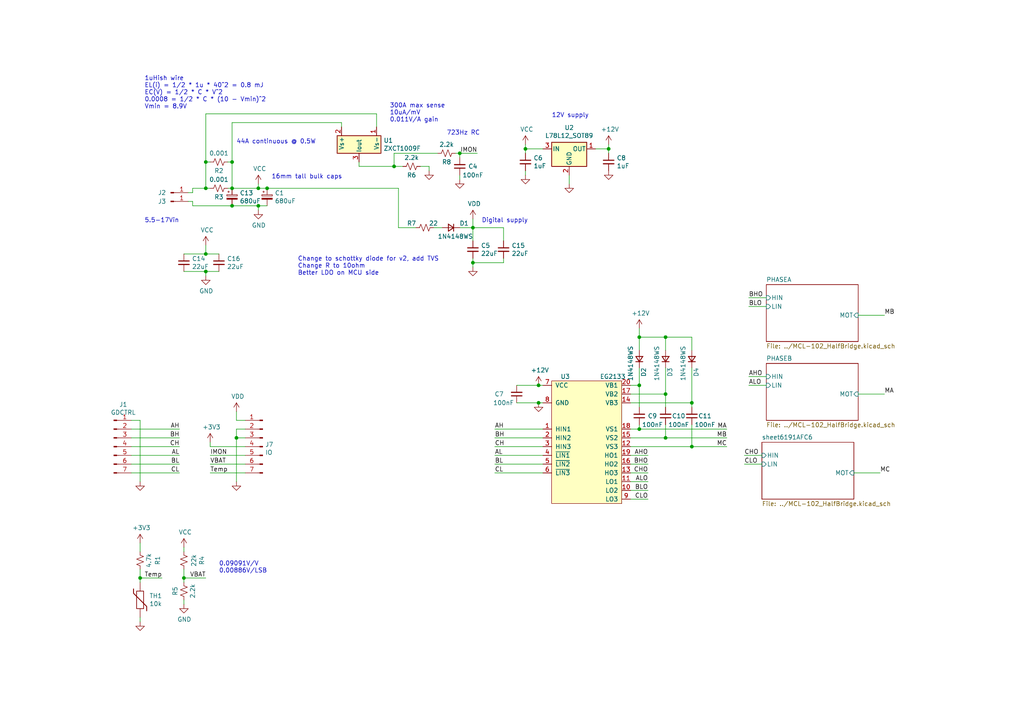
<source format=kicad_sch>
(kicad_sch (version 20211123) (generator eeschema)
  (paper "A4")
  (lib_symbols
    (symbol "Amplifier_Current:ZXCT1009F" (pin_names (offset 0.254))
      (property "Reference" "U" (at 7.62 1.27 0))
      (property "Value" "ZXCT1009F" (at 7.62 -1.27 0))
      (symbol "ZXCT1009F_0_1"
        (rectangle (start -6.35 2.54) (end 6.35 -2.54) (stroke (width 0.254)) (fill (type background)))
      )
      (symbol "ZXCT1009F_1_1"
        (pin input line (at 5.08 5.08 270) (length 2.54) (name "Vs-") (number "1"))
        (pin input line (at -5.08 5.08 270) (length 2.54) (name "Vs+") (number "2"))
        (pin output line (at 0 -5.08 90) (length 2.54) (name "Iout") (number "3"))
      )
    )
    (symbol "Anand_Library:EG2133" (pin_names (offset 1.016))
      (property "Reference" "U" (at -7.62 17.78 0))
      (property "Value" "Anand_Library_EG2133" (at 5.08 17.78 0))
      (symbol "EG2133_0_0"
        (pin output line (at 12.7 -15.24 180) (length 2.54) (name "LO2") (number "10"))
        (pin output line (at 12.7 -10.16 180) (length 2.54) (name "HO3") (number "13"))
        (pin output line (at 12.7 -7.62 180) (length 2.54) (name "HO2") (number "16"))
        (pin input line (at -12.7 0 0) (length 2.54) (name "HIN2") (number "2"))
        (pin input line (at -12.7 -2.54 0) (length 2.54) (name "HIN3") (number "3"))
        (pin input line (at -12.7 -7.62 0) (length 2.54) (name "~{LIN2}") (number "5"))
        (pin input line (at -12.7 -10.16 0) (length 2.54) (name "~{LIN3}") (number "6"))
        (pin output line (at 12.7 -17.78 180) (length 2.54) (name "LO3") (number "9"))
      )
      (symbol "EG2133_0_1"
        (rectangle (start 10.16 16.51) (end -10.16 -19.05) (fill (type background)))
      )
      (symbol "EG2133_1_1"
        (pin input line (at -12.7 2.54 0) (length 2.54) (name "HIN1") (number "1"))
        (pin output line (at 12.7 -12.7 180) (length 2.54) (name "LO1") (number "11"))
        (pin output line (at 12.7 -2.54 180) (length 2.54) (name "VS3") (number "12"))
        (pin output line (at 12.7 10.16 180) (length 2.54) (name "VB3") (number "14"))
        (pin output line (at 12.7 0 180) (length 2.54) (name "VS2") (number "15"))
        (pin output line (at 12.7 12.7 180) (length 2.54) (name "VB2") (number "17"))
        (pin output line (at 12.7 2.54 180) (length 2.54) (name "VS1") (number "18"))
        (pin output line (at 12.7 -5.08 180) (length 2.54) (name "HO1") (number "19"))
        (pin output line (at 12.7 15.24 180) (length 2.54) (name "VB1") (number "20"))
        (pin input line (at -12.7 -5.08 0) (length 2.54) (name "~{LIN1}") (number "4"))
        (pin input line (at -12.7 15.24 0) (length 2.54) (name "VCC") (number "7"))
        (pin input line (at -12.7 10.16 0) (length 2.54) (name "GND") (number "8"))
      )
    )
    (symbol "Connector:Conn_01x01_Male" (pin_names (offset 1.016) hide)
      (property "Reference" "J" (at 0 2.54 0))
      (property "Value" "Conn_01x01_Male" (at 0 -2.54 0))
      (symbol "Conn_01x01_Male_1_1"
        (polyline (pts (xy 1.27 0) (xy 0.8636 0)) (stroke (width 0.1524)))
        (rectangle (start 0.8636 0.127) (end 0 -0.127) (stroke (width 0.1524)) (fill (type outline)))
        (pin passive line (at 5.08 0 180) (length 3.81) (name "Pin_1") (number "1"))
      )
    )
    (symbol "Connector:Conn_01x07_Male" (pin_names (offset 1.016) hide)
      (property "Reference" "J" (at 0 10.16 0))
      (property "Value" "Conn_01x07_Male" (at 0 -10.16 0))
      (symbol "Conn_01x07_Male_1_1"
        (polyline (pts (xy 1.27 -7.62) (xy 0.8636 -7.62)) (stroke (width 0.1524)))
        (polyline (pts (xy 1.27 -5.08) (xy 0.8636 -5.08)) (stroke (width 0.1524)))
        (polyline (pts (xy 1.27 -2.54) (xy 0.8636 -2.54)) (stroke (width 0.1524)))
        (polyline (pts (xy 1.27 0) (xy 0.8636 0)) (stroke (width 0.1524)))
        (polyline (pts (xy 1.27 2.54) (xy 0.8636 2.54)) (stroke (width 0.1524)))
        (polyline (pts (xy 1.27 5.08) (xy 0.8636 5.08)) (stroke (width 0.1524)))
        (polyline (pts (xy 1.27 7.62) (xy 0.8636 7.62)) (stroke (width 0.1524)))
        (rectangle (start 0.8636 -7.493) (end 0 -7.747) (stroke (width 0.1524)) (fill (type outline)))
        (rectangle (start 0.8636 -4.953) (end 0 -5.207) (stroke (width 0.1524)) (fill (type outline)))
        (rectangle (start 0.8636 -2.413) (end 0 -2.667) (stroke (width 0.1524)) (fill (type outline)))
        (rectangle (start 0.8636 0.127) (end 0 -0.127) (stroke (width 0.1524)) (fill (type outline)))
        (rectangle (start 0.8636 2.667) (end 0 2.413) (stroke (width 0.1524)) (fill (type outline)))
        (rectangle (start 0.8636 5.207) (end 0 4.953) (stroke (width 0.1524)) (fill (type outline)))
        (rectangle (start 0.8636 7.747) (end 0 7.493) (stroke (width 0.1524)) (fill (type outline)))
        (pin passive line (at 5.08 7.62 180) (length 3.81) (name "Pin_1") (number "1"))
        (pin passive line (at 5.08 5.08 180) (length 3.81) (name "Pin_2") (number "2"))
        (pin passive line (at 5.08 2.54 180) (length 3.81) (name "Pin_3") (number "3"))
        (pin passive line (at 5.08 0 180) (length 3.81) (name "Pin_4") (number "4"))
        (pin passive line (at 5.08 -2.54 180) (length 3.81) (name "Pin_5") (number "5"))
        (pin passive line (at 5.08 -5.08 180) (length 3.81) (name "Pin_6") (number "6"))
        (pin passive line (at 5.08 -7.62 180) (length 3.81) (name "Pin_7") (number "7"))
      )
    )
    (symbol "Device:CP_Small" (pin_numbers hide) (pin_names (offset 0.254) hide)
      (property "Reference" "C" (at 0.254 1.778 0))
      (property "Value" "Device_CP_Small" (at 0.254 -2.032 0))
      (symbol "CP_Small_0_1"
        (rectangle (start -1.524 -0.3048) (end 1.524 -0.6858) (fill (type outline)))
        (rectangle (start -1.524 0.6858) (end 1.524 0.3048))
        (polyline (pts (xy -1.27 1.524) (xy -0.762 1.524)))
        (polyline (pts (xy -1.016 1.27) (xy -1.016 1.778)))
      )
      (symbol "CP_Small_1_1"
        (pin passive line (at 0 2.54 270) (length 1.8542) (name "~") (number "1"))
        (pin passive line (at 0 -2.54 90) (length 1.8542) (name "~") (number "2"))
      )
    )
    (symbol "Device:C_Small" (pin_numbers hide) (pin_names (offset 0.254) hide)
      (property "Reference" "C" (at 0.254 1.778 0))
      (property "Value" "C_Small" (at 0.254 -2.032 0))
      (symbol "C_Small_0_1"
        (polyline (pts (xy -1.524 -0.508) (xy 1.524 -0.508)) (stroke (width 0.3302)))
        (polyline (pts (xy -1.524 0.508) (xy 1.524 0.508)) (stroke (width 0.3048)))
      )
      (symbol "C_Small_1_1"
        (pin passive line (at 0 2.54 270) (length 2.032) (name "~") (number "1"))
        (pin passive line (at 0 -2.54 90) (length 2.032) (name "~") (number "2"))
      )
    )
    (symbol "Device:D_Small" (pin_numbers hide) (pin_names (offset 0.254) hide)
      (property "Reference" "D" (at -1.27 2.032 0))
      (property "Value" "D_Small" (at -3.81 -2.032 0))
      (symbol "D_Small_0_1"
        (polyline (pts (xy -0.762 -1.016) (xy -0.762 1.016)) (stroke (width 0.254)))
        (polyline (pts (xy -0.762 0) (xy 0.762 0)))
        (polyline (pts (xy 0.762 -1.016) (xy -0.762 0) (xy 0.762 1.016) (xy 0.762 -1.016)) (stroke (width 0.254)))
      )
      (symbol "D_Small_1_1"
        (pin passive line (at -2.54 0 0) (length 1.778) (name "K") (number "1"))
        (pin passive line (at 2.54 0 180) (length 1.778) (name "A") (number "2"))
      )
    )
    (symbol "Device:R_Small_US" (pin_numbers hide) (pin_names (offset 0.254) hide)
      (property "Reference" "R" (at 0.762 0.508 0))
      (property "Value" "R_Small_US" (at 0.762 -1.016 0))
      (symbol "R_Small_US_1_1"
        (polyline (pts (xy 0 0) (xy 1.016 -0.381) (xy 0 -0.762) (xy -1.016 -1.143) (xy 0 -1.524)))
        (polyline (pts (xy 0 1.524) (xy 1.016 1.143) (xy 0 0.762) (xy -1.016 0.381) (xy 0 0)))
        (pin passive line (at 0 2.54 270) (length 1.016) (name "~") (number "1"))
        (pin passive line (at 0 -2.54 90) (length 1.016) (name "~") (number "2"))
      )
    )
    (symbol "Device:Thermistor" (pin_numbers hide) (pin_names (offset 0))
      (property "Reference" "TH" (at 2.54 1.27 90))
      (property "Value" "Thermistor" (at -2.54 0 90))
      (symbol "Thermistor_0_1"
        (rectangle (start -1.016 2.54) (end 1.016 -2.54) (stroke (width 0.2032)))
        (polyline (pts (xy -1.905 3.175) (xy -1.905 1.905) (xy 1.905 -1.905) (xy 1.905 -3.175) (xy 1.905 -3.175)) (stroke (width 0.254)))
      )
      (symbol "Thermistor_1_1"
        (pin passive line (at 0 5.08 270) (length 2.54) (name "~") (number "1"))
        (pin passive line (at 0 -5.08 90) (length 2.54) (name "~") (number "2"))
      )
    )
    (symbol "Regulator_Linear:L78L12_SOT89" (pin_names (offset 0.254))
      (property "Reference" "U" (at -3.81 3.175 0))
      (property "Value" "L78L12_SOT89" (at -0.635 3.175 0))
      (symbol "L78L12_SOT89_0_1"
        (rectangle (start -5.08 1.905) (end 5.08 -5.08) (stroke (width 0.254)) (fill (type background)))
      )
      (symbol "L78L12_SOT89_1_1"
        (pin power_out line (at 7.62 0 180) (length 2.54) (name "OUT") (number "1"))
        (pin power_in line (at 0 -7.62 90) (length 2.54) (name "GND") (number "2"))
        (pin power_in line (at -7.62 0 0) (length 2.54) (name "IN") (number "3"))
      )
    )
    (symbol "power:+12V" (power) (pin_names (offset 0))
      (property "Value" "+12V" (at 0 3.556 0))
      (symbol "+12V_0_1"
        (polyline (pts (xy -0.762 1.27) (xy 0 2.54)))
        (polyline (pts (xy 0 0) (xy 0 2.54)))
        (polyline (pts (xy 0 2.54) (xy 0.762 1.27)))
      )
      (symbol "+12V_1_1"
        (pin power_in line (at 0 0 90) (length 0) hide (name "+12V") (number "1"))
      )
    )
    (symbol "power:+3V3" (power) (pin_names (offset 0))
      (property "Value" "+3V3" (at 0 3.556 0))
      (symbol "+3V3_0_1"
        (polyline (pts (xy -0.762 1.27) (xy 0 2.54)))
        (polyline (pts (xy 0 0) (xy 0 2.54)))
        (polyline (pts (xy 0 2.54) (xy 0.762 1.27)))
      )
      (symbol "+3V3_1_1"
        (pin power_in line (at 0 0 90) (length 0) hide (name "+3V3") (number "1"))
      )
    )
    (symbol "power:GND" (power) (pin_names (offset 0))
      (property "Value" "GND" (at 0 -3.81 0))
      (symbol "GND_0_1"
        (polyline (pts (xy 0 0) (xy 0 -1.27) (xy 1.27 -1.27) (xy 0 -2.54) (xy -1.27 -1.27) (xy 0 -1.27)))
      )
      (symbol "GND_1_1"
        (pin power_in line (at 0 0 270) (length 0) hide (name "GND") (number "1"))
      )
    )
    (symbol "power:VCC" (power) (pin_names (offset 0))
      (property "Value" "VCC" (at 0 3.81 0))
      (symbol "VCC_0_1"
        (polyline (pts (xy -0.762 1.27) (xy 0 2.54)))
        (polyline (pts (xy 0 0) (xy 0 2.54)))
        (polyline (pts (xy 0 2.54) (xy 0.762 1.27)))
      )
      (symbol "VCC_1_1"
        (pin power_in line (at 0 0 90) (length 0) hide (name "VCC") (number "1"))
      )
    )
    (symbol "power:VDD" (power) (pin_names (offset 0))
      (property "Value" "VDD" (at 0 3.81 0))
      (symbol "VDD_0_1"
        (polyline (pts (xy -0.762 1.27) (xy 0 2.54)))
        (polyline (pts (xy 0 0) (xy 0 2.54)))
        (polyline (pts (xy 0 2.54) (xy 0.762 1.27)))
      )
      (symbol "VDD_1_1"
        (pin power_in line (at 0 0 90) (length 0) hide (name "VDD") (number "1"))
      )
    )
  )
  (junction (at 200.66 116.84))
  (junction (at 156.21 111.76))
  (junction (at 185.42 97.79))
  (junction (at 59.69 78.74))
  (junction (at 59.69 46.99))
  (junction (at 53.34 167.64))
  (junction (at 67.31 54.61))
  (junction (at 77.47 54.61))
  (junction (at 114.3 48.26))
  (junction (at 193.04 97.79))
  (junction (at 74.93 59.69))
  (junction (at 137.16 76.2))
  (junction (at 40.64 167.64))
  (junction (at 193.04 114.3))
  (junction (at 59.69 54.61))
  (junction (at 152.4 43.18))
  (junction (at 133.35 44.45))
  (junction (at 67.31 46.99))
  (junction (at 185.42 111.76))
  (junction (at 185.42 124.46))
  (junction (at 137.16 66.04))
  (junction (at 68.58 127))
  (junction (at 200.66 129.54))
  (junction (at 193.04 127))
  (junction (at 67.31 59.69))
  (junction (at 74.93 54.61))
  (junction (at 176.53 43.18))
  (junction (at 59.69 73.66))
  (junction (at 156.21 116.84))
  (wire (pts (xy 55.88 54.61) (xy 59.69 54.61)))
  (wire (pts (xy 133.35 52.07) (xy 133.35 50.8)))
  (wire (pts (xy 182.88 114.3) (xy 193.04 114.3)))
  (wire (pts (xy 38.1 124.46) (xy 52.07 124.46)))
  (wire (pts (xy 185.42 111.76) (xy 185.42 118.11)))
  (wire (pts (xy 59.69 80.01) (xy 59.69 78.74)))
  (wire (pts (xy 193.04 114.3) (xy 193.04 118.11)))
  (wire (pts (xy 133.35 66.04) (xy 137.16 66.04)))
  (wire (pts (xy 67.31 54.61) (xy 74.93 54.61)))
  (wire (pts (xy 53.34 167.64) (xy 59.69 167.64)))
  (wire (pts (xy 222.25 88.9) (xy 217.17 88.9)))
  (wire (pts (xy 104.14 46.99) (xy 104.14 48.26)))
  (wire (pts (xy 54.61 55.88) (xy 55.88 55.88)))
  (wire (pts (xy 200.66 97.79) (xy 200.66 101.6)))
  (wire (pts (xy 40.64 165.1) (xy 40.64 167.64)))
  (wire (pts (xy 109.22 33.02) (xy 109.22 36.83)))
  (wire (pts (xy 182.88 111.76) (xy 185.42 111.76)))
  (wire (pts (xy 120.65 66.04) (xy 115.57 66.04)))
  (wire (pts (xy 157.48 134.62) (xy 143.51 134.62)))
  (wire (pts (xy 53.34 167.64) (xy 53.34 168.91)))
  (wire (pts (xy 74.93 59.69) (xy 74.93 60.96)))
  (wire (pts (xy 53.34 165.1) (xy 53.34 167.64)))
  (wire (pts (xy 187.96 144.78) (xy 182.88 144.78)))
  (wire (pts (xy 68.58 124.46) (xy 68.58 127)))
  (wire (pts (xy 40.64 157.48) (xy 40.64 160.02)))
  (wire (pts (xy 193.04 127) (xy 210.82 127)))
  (wire (pts (xy 53.34 173.99) (xy 53.34 175.26)))
  (wire (pts (xy 187.96 137.16) (xy 182.88 137.16)))
  (wire (pts (xy 187.96 142.24) (xy 182.88 142.24)))
  (wire (pts (xy 71.12 121.92) (xy 68.58 121.92)))
  (wire (pts (xy 137.16 63.5) (xy 137.16 66.04)))
  (wire (pts (xy 152.4 41.91) (xy 152.4 43.18)))
  (wire (pts (xy 68.58 127) (xy 68.58 139.7)))
  (wire (pts (xy 52.07 132.08) (xy 38.1 132.08)))
  (wire (pts (xy 248.92 114.3) (xy 256.54 114.3)))
  (wire (pts (xy 133.35 44.45) (xy 138.43 44.45)))
  (wire (pts (xy 193.04 97.79) (xy 200.66 97.79)))
  (wire (pts (xy 59.69 33.02) (xy 109.22 33.02)))
  (wire (pts (xy 185.42 124.46) (xy 185.42 123.19)))
  (wire (pts (xy 59.69 71.12) (xy 59.69 73.66)))
  (wire (pts (xy 222.25 86.36) (xy 217.17 86.36)))
  (wire (pts (xy 157.48 129.54) (xy 143.51 129.54)))
  (wire (pts (xy 137.16 76.2) (xy 146.05 76.2)))
  (wire (pts (xy 53.34 158.75) (xy 53.34 160.02)))
  (wire (pts (xy 149.86 116.84) (xy 156.21 116.84)))
  (wire (pts (xy 137.16 76.2) (xy 137.16 74.93)))
  (wire (pts (xy 114.3 48.26) (xy 116.84 48.26)))
  (wire (pts (xy 152.4 43.18) (xy 157.48 43.18)))
  (wire (pts (xy 176.53 43.18) (xy 176.53 44.45)))
  (wire (pts (xy 182.88 127) (xy 193.04 127)))
  (wire (pts (xy 156.21 111.76) (xy 157.48 111.76)))
  (wire (pts (xy 114.3 44.45) (xy 127 44.45)))
  (wire (pts (xy 67.31 46.99) (xy 67.31 35.56)))
  (wire (pts (xy 59.69 78.74) (xy 63.5 78.74)))
  (wire (pts (xy 152.4 49.53) (xy 152.4 50.8)))
  (wire (pts (xy 40.64 167.64) (xy 46.99 167.64)))
  (wire (pts (xy 182.88 124.46) (xy 185.42 124.46)))
  (wire (pts (xy 248.92 91.44) (xy 256.54 91.44)))
  (wire (pts (xy 71.12 124.46) (xy 68.58 124.46)))
  (wire (pts (xy 38.1 134.62) (xy 52.07 134.62)))
  (wire (pts (xy 99.06 35.56) (xy 99.06 36.83)))
  (wire (pts (xy 60.96 129.54) (xy 60.96 128.27)))
  (wire (pts (xy 38.1 121.92) (xy 40.64 121.92)))
  (wire (pts (xy 67.31 46.99) (xy 67.31 54.61)))
  (wire (pts (xy 152.4 43.18) (xy 152.4 44.45)))
  (wire (pts (xy 137.16 66.04) (xy 146.05 66.04)))
  (wire (pts (xy 143.51 137.16) (xy 157.48 137.16)))
  (wire (pts (xy 60.96 46.99) (xy 59.69 46.99)))
  (wire (pts (xy 165.1 50.8) (xy 165.1 53.34)))
  (wire (pts (xy 132.08 44.45) (xy 133.35 44.45)))
  (wire (pts (xy 53.34 78.74) (xy 59.69 78.74)))
  (wire (pts (xy 210.82 124.46) (xy 185.42 124.46)))
  (wire (pts (xy 149.86 111.76) (xy 156.21 111.76)))
  (wire (pts (xy 193.04 106.68) (xy 193.04 114.3)))
  (wire (pts (xy 222.25 109.22) (xy 217.17 109.22)))
  (wire (pts (xy 60.96 137.16) (xy 71.12 137.16)))
  (wire (pts (xy 200.66 106.68) (xy 200.66 116.84)))
  (wire (pts (xy 182.88 132.08) (xy 187.96 132.08)))
  (wire (pts (xy 182.88 139.7) (xy 187.96 139.7)))
  (wire (pts (xy 52.07 137.16) (xy 38.1 137.16)))
  (wire (pts (xy 185.42 95.25) (xy 185.42 97.79)))
  (wire (pts (xy 156.21 116.84) (xy 157.48 116.84)))
  (wire (pts (xy 220.98 134.62) (xy 215.9 134.62)))
  (wire (pts (xy 200.66 129.54) (xy 210.82 129.54)))
  (wire (pts (xy 133.35 45.72) (xy 133.35 44.45)))
  (wire (pts (xy 38.1 129.54) (xy 52.07 129.54)))
  (wire (pts (xy 59.69 46.99) (xy 59.69 33.02)))
  (wire (pts (xy 143.51 127) (xy 157.48 127)))
  (wire (pts (xy 157.48 124.46) (xy 143.51 124.46)))
  (wire (pts (xy 40.64 121.92) (xy 40.64 139.7)))
  (wire (pts (xy 59.69 73.66) (xy 53.34 73.66)))
  (wire (pts (xy 182.88 116.84) (xy 200.66 116.84)))
  (wire (pts (xy 59.69 54.61) (xy 60.96 54.61)))
  (wire (pts (xy 54.61 58.42) (xy 55.88 58.42)))
  (wire (pts (xy 74.93 54.61) (xy 77.47 54.61)))
  (wire (pts (xy 40.64 167.64) (xy 40.64 168.91)))
  (wire (pts (xy 185.42 101.6) (xy 185.42 97.79)))
  (wire (pts (xy 137.16 77.47) (xy 137.16 76.2)))
  (wire (pts (xy 55.88 58.42) (xy 55.88 59.69)))
  (wire (pts (xy 68.58 127) (xy 71.12 127)))
  (wire (pts (xy 67.31 35.56) (xy 99.06 35.56)))
  (wire (pts (xy 104.14 48.26) (xy 114.3 48.26)))
  (wire (pts (xy 71.12 129.54) (xy 60.96 129.54)))
  (wire (pts (xy 172.72 43.18) (xy 176.53 43.18)))
  (wire (pts (xy 193.04 101.6) (xy 193.04 97.79)))
  (wire (pts (xy 66.04 54.61) (xy 67.31 54.61)))
  (wire (pts (xy 187.96 134.62) (xy 182.88 134.62)))
  (wire (pts (xy 114.3 48.26) (xy 114.3 44.45)))
  (wire (pts (xy 55.88 55.88) (xy 55.88 54.61)))
  (wire (pts (xy 124.46 48.26) (xy 124.46 49.53)))
  (wire (pts (xy 185.42 97.79) (xy 193.04 97.79)))
  (wire (pts (xy 68.58 121.92) (xy 68.58 119.38)))
  (wire (pts (xy 74.93 54.61) (xy 74.93 53.34)))
  (wire (pts (xy 220.98 132.08) (xy 215.9 132.08)))
  (wire (pts (xy 52.07 127) (xy 38.1 127)))
  (wire (pts (xy 193.04 123.19) (xy 193.04 127)))
  (wire (pts (xy 200.66 123.19) (xy 200.66 129.54)))
  (wire (pts (xy 146.05 66.04) (xy 146.05 69.85)))
  (wire (pts (xy 67.31 59.69) (xy 74.93 59.69)))
  (wire (pts (xy 143.51 132.08) (xy 157.48 132.08)))
  (wire (pts (xy 185.42 106.68) (xy 185.42 111.76)))
  (wire (pts (xy 146.05 76.2) (xy 146.05 74.93)))
  (wire (pts (xy 247.65 137.16) (xy 255.27 137.16)))
  (wire (pts (xy 222.25 111.76) (xy 217.17 111.76)))
  (wire (pts (xy 71.12 134.62) (xy 60.96 134.62)))
  (wire (pts (xy 74.93 59.69) (xy 77.47 59.69)))
  (wire (pts (xy 60.96 132.08) (xy 71.12 132.08)))
  (wire (pts (xy 182.88 129.54) (xy 200.66 129.54)))
  (wire (pts (xy 137.16 69.85) (xy 137.16 66.04)))
  (wire (pts (xy 55.88 59.69) (xy 67.31 59.69)))
  (wire (pts (xy 200.66 116.84) (xy 200.66 118.11)))
  (wire (pts (xy 40.64 179.07) (xy 40.64 180.34)))
  (wire (pts (xy 176.53 41.91) (xy 176.53 43.18)))
  (wire (pts (xy 59.69 46.99) (xy 59.69 54.61)))
  (wire (pts (xy 128.27 66.04) (xy 125.73 66.04)))
  (wire (pts (xy 115.57 54.61) (xy 115.57 66.04)))
  (wire (pts (xy 66.04 46.99) (xy 67.31 46.99)))
  (wire (pts (xy 77.47 54.61) (xy 115.57 54.61)))
  (wire (pts (xy 121.92 48.26) (xy 124.46 48.26)))
  (wire (pts (xy 59.69 73.66) (xy 63.5 73.66)))
  (text "723Hz RC" (at 129.54 39.37 0) (effects (font (size 1.27 1.27)) (justify left bottom)))
  (text "12V supply" (at 160.02 34.29 0) (effects (font (size 1.27 1.27)) (justify left bottom)))
  (text "1uHish wire\nEL(i) = 1/2 * 1u * 40^2 = 0.8 mJ\nEC(V) = 1/2 * C * V^2\n0.0008 = 1/2 * C * (10 - Vmin)^2\nVmin = 8.9V" (at 41.91 31.75 0) (effects (font (size 1.27 1.27)) (justify left bottom)))
  (text "Digital supply" (at 139.7 64.77 0) (effects (font (size 1.27 1.27)) (justify left bottom)))
  (text "0.09091V/V\n0.00886V/LSB" (at 63.5 166.37 0) (effects (font (size 1.27 1.27)) (justify left bottom)))
  (text "300A max sense\n10uA/mV\n0.011V/A gain" (at 113.03 35.56 0) (effects (font (size 1.27 1.27)) (justify left bottom)))
  (text "5.5-17Vin" (at 41.91 64.77 0) (effects (font (size 1.27 1.27)) (justify left bottom)))
  (text "Change to schottky diode for v2, add TVS\nChange R to 10ohm\nBetter LDO on MCU side" (at 86.36 80.01 0) (effects (font (size 1.27 1.27)) (justify left bottom)))
  (text "16mm tall bulk caps" (at 78.74 52.07 0) (effects (font (size 1.27 1.27)) (justify left bottom)))
  (text "44A continuous @ 0.5W" (at 68.58 41.91 0) (effects (font (size 1.27 1.27)) (justify left bottom)))
  (label "CL" (at 52.07 137.16 180))
  (label "MA" (at 256.54 114.3 0))
  (label "BH" (at 52.07 127 180))
  (label "VBAT" (at 59.69 167.64 180))
  (label "Temp" (at 60.96 137.16 0))
  (label "MB" (at 210.82 127 180))
  (label "VBAT" (at 60.96 134.62 0))
  (label "BLO" (at 187.96 142.24 180))
  (label "IMON" (at 60.96 132.08 0))
  (label "CLO" (at 215.9 134.62 0))
  (label "AL" (at 143.51 132.08 0))
  (label "CH" (at 52.07 129.54 180))
  (label "BL" (at 52.07 134.62 180))
  (label "MC" (at 255.27 137.16 0))
  (label "MB" (at 256.54 91.44 0))
  (label "AHO" (at 217.17 109.22 0))
  (label "ALO" (at 187.96 139.7 180))
  (label "AH" (at 52.07 124.46 180))
  (label "BHO" (at 187.96 134.62 180))
  (label "CHO" (at 215.9 132.08 0))
  (label "MA" (at 210.82 124.46 180))
  (label "Temp" (at 46.99 167.64 180))
  (label "CHO" (at 187.96 137.16 180))
  (label "CH" (at 143.51 129.54 0))
  (label "MC" (at 210.82 129.54 180))
  (label "AH" (at 143.51 124.46 0))
  (label "AL" (at 52.07 132.08 180))
  (label "CL" (at 143.51 137.16 0))
  (label "ALO" (at 217.17 111.76 0))
  (label "IMON" (at 138.43 44.45 180))
  (label "BHO" (at 217.17 86.36 0))
  (label "CLO" (at 187.96 144.78 180))
  (label "AHO" (at 187.96 132.08 180))
  (label "BLO" (at 217.17 88.9 0))
  (label "BL" (at 143.51 134.62 0))
  (label "BH" (at 143.51 127 0))
  (symbol (lib_id "power:VCC") (at 152.4 41.91 0) (unit 1)
    (property "Reference" "#PWR015" (effects hide))
    (property "Value" "VCC" (at 152.781 37.5158 0))
  )
  (symbol (lib_id "power:+12V") (at 176.53 41.91 0) (unit 1)
    (property "Reference" "#PWR020" (effects hide))
    (property "Value" "+12V" (at 176.911 37.5158 0))
  )
  (symbol (lib_id "power:GND") (at 40.64 180.34 0) (unit 1)
    (property "Reference" "#PWR03" (effects hide))
    (property "Value" "GND" (effects hide))
  )
  (symbol (lib_id "power:GND") (at 152.4 50.8 0) (unit 1)
    (property "Reference" "#PWR016" (effects hide))
    (property "Value" "GND" (effects hide))
  )
  (symbol (lib_id "power:GND") (at 165.1 53.34 0) (unit 1)
    (property "Reference" "#PWR017" (effects hide))
    (property "Value" "GND" (effects hide))
  )
  (symbol (lib_id "power:GND") (at 176.53 49.53 0) (unit 1)
    (property "Reference" "#PWR021" (effects hide))
    (property "Value" "GND" (effects hide))
  )
  (symbol (lib_id "Device:D_Small") (at 193.04 104.14 90)
    (property "Reference" "D3" (at 194.31 107.95 0))
    (property "Value" "1N4148WS" (at 190.5 105.41 0))
    (property "Footprint" "Diode_SMD:D_SOD-323" (effects hide))
    (property "Datasheet" "https://datasheet.lcsc.com/szlcsc/1810101110_Changjiang-Electronics-Tech-CJ-1N4148WS_C2128.pdf" (effects hide))
    (property "LCSC" "C2128" (effects hide))
  )
  (symbol (lib_id "Device:D_Small") (at 185.42 104.14 90)
    (property "Reference" "D2" (at 186.69 107.95 0))
    (property "Value" "1N4148WS" (at 182.88 105.41 0))
    (property "Footprint" "Diode_SMD:D_SOD-323" (effects hide))
    (property "Datasheet" "https://datasheet.lcsc.com/szlcsc/1810101110_Changjiang-Electronics-Tech-CJ-1N4148WS_C2128.pdf" (effects hide))
    (property "LCSC" "C2128" (effects hide))
  )
  (symbol (lib_id "power:+12V") (at 185.42 95.25 0) (unit 1)
    (property "Reference" "#PWR022" (effects hide))
    (property "Value" "+12V" (at 185.801 90.8558 0))
  )
  (symbol (lib_id "Device:CP_Small") (at 77.47 57.15 0) (unit 1)
    (property "Reference" "C1" (at 79.7052 55.9816 0) (effects (justify left)))
    (property "Value" "680uF" (at 79.7052 58.293 0) (effects (justify left)))
    (property "Footprint" "Capacitor_THT:CP_Radial_D8.0mm_P3.50mm" (effects hide))
    (property "LCSC" "C442829" (effects hide))
  )
  (symbol (lib_id "Device:R_Small_US") (at 53.34 162.56 0) (unit 1)
    (property "Reference" "R4" (at 58.547 162.56 90))
    (property "Value" "22k" (at 56.2356 162.56 90))
    (property "Footprint" "Resistor_SMD:R_0402_1005Metric" (effects hide))
  )
  (symbol (lib_id "power:GND") (at 53.34 175.26 0)
    (property "Reference" "#PWR05" (effects hide))
    (property "Value" "GND" (at 53.467 179.6542 0))
  )
  (symbol (lib_id "power:VCC") (at 53.34 158.75 0) (unit 1)
    (property "Reference" "#PWR04" (effects hide))
    (property "Value" "VCC" (at 53.721 154.3558 0))
  )
  (symbol (lib_id "Device:D_Small") (at 200.66 104.14 90)
    (property "Reference" "D4" (at 201.93 107.95 0))
    (property "Value" "1N4148WS" (at 198.12 105.41 0))
    (property "Footprint" "Diode_SMD:D_SOD-323" (effects hide))
    (property "Datasheet" "https://datasheet.lcsc.com/szlcsc/1810101110_Changjiang-Electronics-Tech-CJ-1N4148WS_C2128.pdf" (effects hide))
    (property "LCSC" "C2128" (effects hide))
  )
  (symbol (lib_id "Regulator_Linear:L78L12_SOT89") (at 165.1 43.18 0) (unit 1)
    (property "Reference" "U2" (at 165.1 37.0332 0))
    (property "Value" "L78L12_SOT89" (at 165.1 39.3446 0))
    (property "Footprint" "Package_TO_SOT_SMD:SOT-89-3" (effects hide))
    (property "Datasheet" "http://www.st.com/content/ccc/resource/technical/document/datasheet/15/55/e5/aa/23/5b/43/fd/CD00000446.pdf/files/CD00000446.pdf/jcr:content/translations/en.CD00000446.pdf" (effects hide))
    (property "LCSC" "C75501" (effects hide))
  )
  (symbol (lib_id "Connector:Conn_01x07_Male") (at 33.02 129.54 0) (unit 1)
    (property "Reference" "J1" (at 35.7632 117.3226 0))
    (property "Value" "GDCTRL" (at 35.7632 119.634 0))
    (property "Footprint" "Connector_PinHeader_2.54mm:PinHeader_1x07_P2.54mm_Vertical" (effects hide))
  )
  (symbol (lib_id "Connector:Conn_01x07_Male") (at 76.2 129.54 0) (mirror y) (unit 1)
    (property "Reference" "J7" (at 76.9112 128.9304 0) (effects (justify right)))
    (property "Value" "IO" (at 76.9112 131.2418 0) (effects (justify right)))
    (property "Footprint" "Connector_PinHeader_2.54mm:PinHeader_1x07_P2.54mm_Vertical" (effects hide))
  )
  (symbol (lib_id "power:GND") (at 40.64 139.7 0) (unit 1)
    (property "Reference" "#PWR01" (effects hide))
    (property "Value" "GND" (effects hide))
  )
  (symbol (lib_id "power:VDD") (at 68.58 119.38 0) (unit 1)
    (property "Reference" "#PWR09" (effects hide))
    (property "Value" "VDD" (at 68.961 114.9858 0))
  )
  (symbol (lib_id "power:GND") (at 68.58 139.7 0) (unit 1)
    (property "Reference" "#PWR010" (effects hide))
    (property "Value" "GND" (effects hide))
  )
  (symbol (lib_id "Anand_Library:EG2133") (at 170.18 127 0) (unit 1)
    (property "Reference" "U3" (at 162.56 109.22 0) (effects (justify left)))
    (property "Value" "EG2133" (at 173.99 109.22 0) (effects (justify left)))
    (property "Footprint" "Package_SO:TSSOP-20_4.4x6.5mm_P0.65mm" (effects hide))
    (property "Datasheet" "https://datasheet.lcsc.com/szlcsc/1907241530_EG-Micro-EG2133_C405330.pdf" (effects hide))
  )
  (symbol (lib_id "power:GND") (at 74.93 60.96 0) (unit 1)
    (property "Reference" "#PWR07" (effects hide))
    (property "Value" "GND" (at 75.057 65.3542 0))
  )
  (symbol (lib_id "Device:C_Small") (at 152.4 46.99 0) (unit 1)
    (property "Reference" "C6" (at 154.7368 45.8216 0) (effects (justify left)))
    (property "Value" "1uF" (at 154.7368 48.133 0) (effects (justify left)))
    (property "Footprint" "Capacitor_SMD:C_0603_1608Metric" (effects hide))
    (property "LCSC" "C15849" (effects hide))
  )
  (symbol (lib_id "power:+12V") (at 156.21 111.76 0) (unit 1)
    (property "Reference" "#PWR018" (effects hide))
    (property "Value" "+12V" (at 156.591 107.3658 0))
  )
  (symbol (lib_id "power:VCC") (at 74.93 53.34 0) (unit 1)
    (property "Reference" "#PWR06" (effects hide))
    (property "Value" "VCC" (at 75.311 48.9458 0))
  )
  (symbol (lib_id "power:+3V3") (at 40.64 157.48 0) (unit 1)
    (property "Reference" "#PWR02" (effects hide))
    (property "Value" "+3V3" (at 41.021 153.0858 0))
  )
  (symbol (lib_id "Device:Thermistor") (at 40.64 173.99 0) (unit 1)
    (property "Reference" "TH1" (at 43.307 172.8216 0) (effects (justify left)))
    (property "Value" "10k" (at 43.307 175.133 0) (effects (justify left)))
    (property "Footprint" "Resistor_SMD:R_0603_1608Metric" (effects hide))
  )
  (symbol (lib_id "power:GND") (at 156.21 116.84 0) (unit 1)
    (property "Reference" "#PWR019" (effects hide))
    (property "Value" "GND" (effects hide))
  )
  (symbol (lib_id "Connector:Conn_01x01_Male") (at 49.53 58.42 0)
    (property "Reference" "J3" (at 46.99 58.42 0))
    (property "Value" "Conn_01x01_Male" (effects hide))
    (property "Footprint" "TestPoint:TestPoint_Pad_4.0x4.0mm" (effects hide))
  )
  (symbol (lib_id "Connector:Conn_01x01_Male") (at 49.53 55.88 0)
    (property "Reference" "J2" (at 46.99 55.88 0))
    (property "Value" "Conn_01x01_Male" (effects hide))
    (property "Footprint" "TestPoint:TestPoint_Pad_4.0x4.0mm" (effects hide))
  )
  (symbol (lib_id "power:+3V3") (at 60.96 128.27 0) (unit 1)
    (property "Reference" "#PWR0101" (effects hide))
    (property "Value" "+3V3" (at 61.341 123.8758 0))
  )
  (symbol (lib_id "Device:R_Small_US") (at 63.5 54.61 90)
    (property "Reference" "R3" (at 63.5 57.15 90))
    (property "Value" "0.001" (at 63.5 52.07 90))
    (property "Footprint" "Resistor_SMD:R_2512_6332Metric" (effects hide))
  )
  (symbol (lib_id "Device:R_Small_US") (at 63.5 46.99 90)
    (property "Reference" "R2" (at 63.5 49.53 90))
    (property "Value" "0.001" (at 63.5 44.45 90))
    (property "Footprint" "Resistor_SMD:R_2512_6332Metric" (effects hide))
  )
  (symbol (lib_id "Device:D_Small") (at 130.81 66.04 180)
    (property "Reference" "D1" (at 134.62 64.77 0))
    (property "Value" "1N4148WS" (at 132.08 68.58 0))
    (property "Footprint" "Diode_SMD:D_SOD-323" (effects hide))
    (property "Datasheet" "https://datasheet.lcsc.com/szlcsc/1810101110_Changjiang-Electronics-Tech-CJ-1N4148WS_C2128.pdf" (effects hide))
    (property "LCSC" "C2128" (effects hide))
  )
  (symbol (lib_id "power:VDD") (at 137.16 63.5 0) (unit 1)
    (property "Reference" "#PWR013" (effects hide))
    (property "Value" "VDD" (at 137.541 59.1058 0))
  )
  (symbol (lib_id "Device:R_Small_US") (at 123.19 66.04 90)
    (property "Reference" "R7" (at 119.38 64.77 90))
    (property "Value" "22" (at 125.73 64.77 90))
    (property "Footprint" "Resistor_SMD:R_0402_1005Metric" (effects hide))
  )
  (symbol (lib_id "Amplifier_Current:ZXCT1009F") (at 104.14 41.91 0) (unit 1)
    (property "Reference" "U1" (at 111.252 40.7416 0) (effects (justify left)))
    (property "Value" "ZXCT1009F" (at 111.252 43.053 0) (effects (justify left)))
    (property "Footprint" "Package_TO_SOT_SMD:SOT-23" (effects hide))
    (property "Datasheet" "https://www.diodes.com/assets/Datasheets/ZXCT1009.pdf" (effects hide))
    (property "LCSC" "C83670" (effects hide))
  )
  (symbol (lib_id "Device:R_Small_US") (at 119.38 48.26 90)
    (property "Reference" "R6" (at 119.38 50.8 90))
    (property "Value" "2.2k" (at 119.38 45.72 90))
    (property "Footprint" "Resistor_SMD:R_0402_1005Metric" (effects hide))
  )
  (symbol (lib_id "power:GND") (at 124.46 49.53 0) (unit 1)
    (property "Reference" "#PWR011" (effects hide))
    (property "Value" "GND" (effects hide))
  )
  (symbol (lib_id "Device:R_Small_US") (at 129.54 44.45 90)
    (property "Reference" "R8" (at 129.54 46.99 90))
    (property "Value" "2.2k" (at 129.54 41.91 90))
    (property "Footprint" "Resistor_SMD:R_0402_1005Metric" (effects hide))
  )
  (symbol (lib_id "Device:CP_Small") (at 67.31 57.15 0) (unit 1)
    (property "Reference" "C13" (at 69.5452 55.9816 0) (effects (justify left)))
    (property "Value" "680uF" (at 69.5452 58.293 0) (effects (justify left)))
    (property "Footprint" "Capacitor_THT:CP_Radial_D8.0mm_P3.50mm" (effects hide))
    (property "LCSC" "C442829" (effects hide))
  )
  (symbol (lib_id "power:GND") (at 133.35 52.07 0) (unit 1)
    (property "Reference" "#PWR012" (effects hide))
    (property "Value" "GND" (effects hide))
  )
  (symbol (lib_id "Device:C_Small") (at 63.5 76.2 0) (unit 1)
    (property "Reference" "C16" (at 65.8368 75.0316 0) (effects (justify left)))
    (property "Value" "22uF" (at 65.8368 77.343 0) (effects (justify left)))
    (property "Footprint" "Capacitor_SMD:C_0805_2012Metric" (effects hide))
    (property "LCSC" "C45783" (effects hide))
  )
  (symbol (lib_id "Device:C_Small") (at 53.34 76.2 0) (unit 1)
    (property "Reference" "C14" (at 55.6768 75.0316 0) (effects (justify left)))
    (property "Value" "22uF" (at 55.6768 77.343 0) (effects (justify left)))
    (property "Footprint" "Capacitor_SMD:C_0805_2012Metric" (effects hide))
    (property "LCSC" "C45783" (effects hide))
  )
  (symbol (lib_id "power:VCC") (at 59.69 71.12 0) (unit 1)
    (property "Reference" "#PWR0102" (effects hide))
    (property "Value" "VCC" (at 60.071 66.7258 0))
  )
  (symbol (lib_id "power:GND") (at 59.69 80.01 0) (unit 1)
    (property "Reference" "#PWR0103" (effects hide))
    (property "Value" "GND" (at 59.817 84.4042 0))
  )
  (symbol (lib_id "Device:R_Small_US") (at 40.64 162.56 180)
    (property "Reference" "R1" (at 45.72 162.56 90))
    (property "Value" "4.7k" (at 43.18 162.56 90))
    (property "Footprint" "Resistor_SMD:R_0402_1005Metric" (effects hide))
  )
  (symbol (lib_id "Device:C_Small") (at 137.16 72.39 0) (unit 1)
    (property "Reference" "C5" (at 139.4968 71.2216 0) (effects (justify left)))
    (property "Value" "22uF" (at 139.4968 73.533 0) (effects (justify left)))
    (property "Footprint" "Capacitor_SMD:C_0805_2012Metric" (effects hide))
    (property "LCSC" "C45783" (effects hide))
  )
  (symbol (lib_id "Device:C_Small") (at 146.05 72.39 0) (unit 1)
    (property "Reference" "C15" (at 148.3868 71.2216 0) (effects (justify left)))
    (property "Value" "22uF" (at 148.3868 73.533 0) (effects (justify left)))
    (property "Footprint" "Capacitor_SMD:C_0805_2012Metric" (effects hide))
    (property "LCSC" "C45783" (effects hide))
  )
  (symbol (lib_id "Device:C_Small") (at 176.53 46.99 0) (unit 1)
    (property "Reference" "C8" (at 178.8668 45.8216 0) (effects (justify left)))
    (property "Value" "1uF" (at 178.8668 48.133 0) (effects (justify left)))
    (property "Footprint" "Capacitor_SMD:C_0603_1608Metric" (effects hide))
    (property "LCSC" "C15849" (effects hide))
  )
  (symbol (lib_id "Device:R_Small_US") (at 53.34 171.45 0)
    (property "Reference" "R5" (at 50.8 171.45 90))
    (property "Value" "2.2k" (at 55.88 171.45 90))
    (property "Footprint" "Resistor_SMD:R_0402_1005Metric" (effects hide))
  )
  (symbol (lib_id "power:GND") (at 137.16 77.47 0) (unit 1)
    (property "Reference" "#PWR014" (effects hide))
    (property "Value" "GND" (effects hide))
  )
  (symbol (lib_id "Device:C_Small") (at 200.66 120.65 180) (unit 1)
    (property "Reference" "C11" (at 204.47 120.65 0))
    (property "Value" "100nF" (at 204.47 123.19 0))
    (property "Footprint" "Capacitor_SMD:C_0402_1005Metric" (effects hide))
  )
  (symbol (lib_id "Device:C_Small") (at 193.04 120.65 180) (unit 1)
    (property "Reference" "C10" (at 196.85 120.65 0))
    (property "Value" "100nF" (at 196.85 123.19 0))
    (property "Footprint" "Capacitor_SMD:C_0402_1005Metric" (effects hide))
  )
  (symbol (lib_id "Device:C_Small") (at 185.42 120.65 180) (unit 1)
    (property "Reference" "C9" (at 189.23 120.65 0))
    (property "Value" "100nF" (at 189.23 123.19 0))
    (property "Footprint" "Capacitor_SMD:C_0402_1005Metric" (effects hide))
  )
  (symbol (lib_id "Device:C_Small") (at 133.35 48.26 180) (unit 1)
    (property "Reference" "C4" (at 137.16 48.26 0))
    (property "Value" "100nF" (at 137.16 50.8 0))
    (property "Footprint" "Capacitor_SMD:C_0402_1005Metric" (effects hide))
  )
  (symbol (lib_id "Device:C_Small") (at 149.86 114.3 180) (unit 1)
    (property "Reference" "C7" (at 144.78 114.3 0))
    (property "Value" "100nF" (at 146.05 116.84 0))
    (property "Footprint" "Capacitor_SMD:C_0402_1005Metric" (effects hide))
  )
  (sheet (at 222.25 82.55) (size 26.67 16.51)
    (property "Sheet name" "PHASEA" (at 222.25 81.8384 0) (effects (justify left bottom)))
    (property "Sheet file" "../MCL-102_HalfBridge.kicad_sch" (at 222.25 99.6446 0) (effects (justify left top)))
    (pin "HIN" input (at 222.25 86.36 180))
    (pin "LIN" input (at 222.25 88.9 180))
    (pin "MOT" input (at 248.92 91.44 0))
  )
  (sheet (at 220.98 128.27) (size 26.67 16.51)
    (property "Sheet name" "sheet6191AFC6" (at 220.98 127.5584 0) (effects (justify left bottom)))
    (property "Sheet file" "../MCL-102_HalfBridge.kicad_sch" (at 220.98 145.3646 0) (effects (justify left top)))
    (pin "HIN" input (at 220.98 132.08 180))
    (pin "LIN" input (at 220.98 134.62 180))
    (pin "MOT" input (at 247.65 137.16 0))
  )
  (sheet (at 222.25 105.41) (size 26.67 16.51)
    (property "Sheet name" "PHASEB" (at 222.25 104.6984 0) (effects (justify left bottom)))
    (property "Sheet file" "../MCL-102_HalfBridge.kicad_sch" (at 222.25 122.5046 0) (effects (justify left top)))
    (pin "HIN" input (at 222.25 109.22 180))
    (pin "LIN" input (at 222.25 111.76 180))
    (pin "MOT" input (at 248.92 114.3 0))
  )
)
</source>
